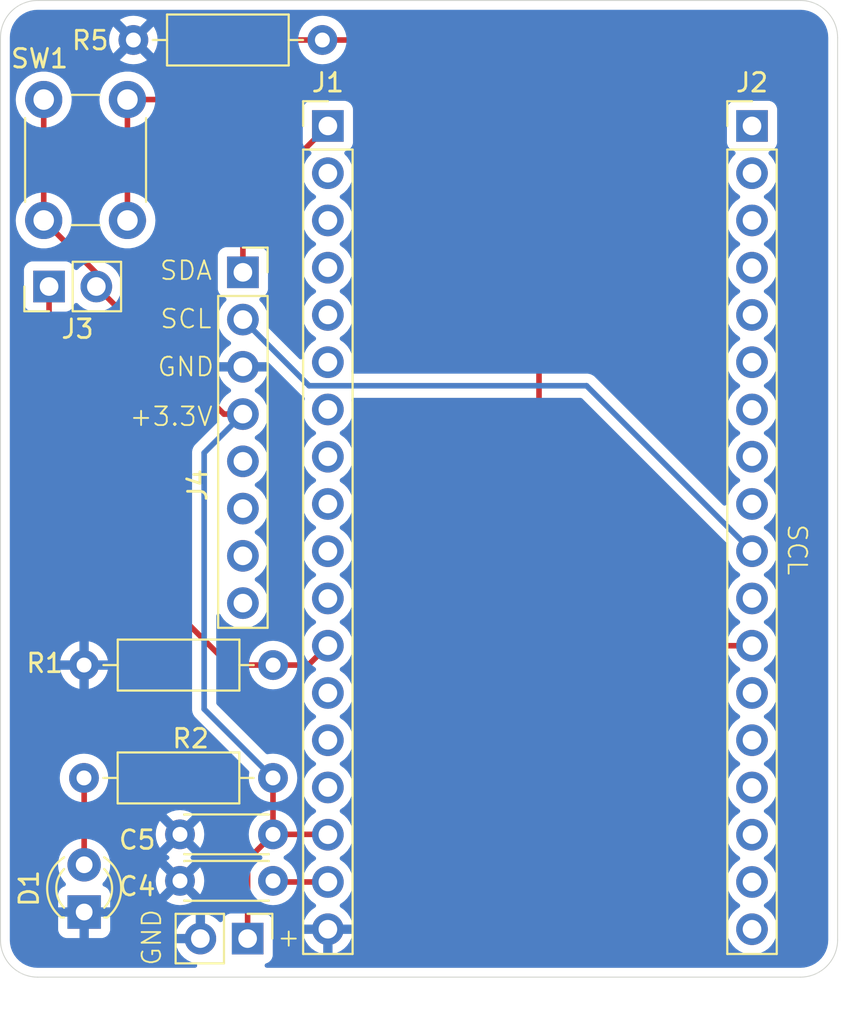
<source format=kicad_pcb>
(kicad_pcb (version 20240108) (generator "pcbnew") (generator_version "8.0")
  (layers (0 "F.Cu" signal) (31 "B.Cu" signal) (34 "B.Paste" user) (35 "F.Paste" user) (36 "B.SilkS" user "B.Silkscreen") (37 "F.SilkS" user "F.Silkscreen") (38 "B.Mask" user) (39 "F.Mask" user) (44 "Edge.Cuts" user))
  (net 0 "")
  (net 1 "/36")
  (net 2 "/35")
  (net 3 "/34")
  (net 4 "/+5V")
  (net 5 "/+3.3V")
  (net 6 "/39")
  (net 11 "/13_S2")
  (net 13 "/SDA")
  (net 16 "/14_S3")
  (net 19 "/15_S4")
  (net 29 "/SCL")
  (net 31 "/4_S5")
  (net 32 "Net-(J2-Pin_12)")
  (net 33 "/16_S0")
  (net 36 "GND")
  (net 37 "Net-(D1-A)")
  (footprint "Resistor_THT:R_Axial_DIN0207_L6.3mm_D2.5mm_P10.16mm_Horizontal" (layer "F.Cu") (at 130.655 107.725 180)
    (property "Reference" "R1" (at 12.28 0.1 180) (layer "F.SilkS"))
    (property "Value" "100k")
    (fp_line (start 9.12 0) (end 8.35 0) (stroke (width 0.12)) (layer "F.SilkS"))
    (fp_line (start 8.35 1.37) (end 8.35 -1.37) (stroke (width 0.12)) (layer "F.SilkS"))
    (fp_line (start 8.35 -1.37) (end 1.81 -1.37) (stroke (width 0.12)) (layer "F.SilkS"))
    (fp_line (start 1.81 1.37) (end 8.35 1.37) (stroke (width 0.12)) (layer "F.SilkS"))
    (fp_line (start 1.81 -1.37) (end 1.81 1.37) (stroke (width 0.12)) (layer "F.SilkS"))
    (fp_line (start 1.04 0) (end 1.81 0) (stroke (width 0.12)) (layer "F.SilkS"))
    (pad "1" thru_hole circle (at 0 0 180) (size 1.6 1.6) (drill 0.8) (layers "*.Cu" "*.Mask") (net 6 "/39"))
    (pad "2" thru_hole oval (at 10.16 0 180) (size 1.6 1.6) (drill 0.8) (layers "*.Cu" "*.Mask") (net 36 "GND"))
  )
  (footprint "Capacitor_THT:C_Disc_D4.3mm_W1.9mm_P5.00mm" (layer "F.Cu") (at 130.65 119.325 180)
    (property "Reference" "C4" (at 7.3 -0.3 180) (layer "F.SilkS"))
    (property "Value" "100n")
    (fp_line (start 4.77 1.055) (end 4.77 1.07) (stroke (width 0.12)) (layer "F.SilkS"))
    (fp_line (start 4.77 -1.07) (end 4.77 -1.055) (stroke (width 0.12)) (layer "F.SilkS"))
    (fp_line (start 0.23 1.07) (end 4.77 1.07) (stroke (width 0.12)) (layer "F.SilkS"))
    (fp_line (start 0.23 1.055) (end 0.23 1.07) (stroke (width 0.12)) (layer "F.SilkS"))
    (fp_line (start 0.23 -1.07) (end 4.77 -1.07) (stroke (width 0.12)) (layer "F.SilkS"))
    (fp_line (start 0.23 -1.07) (end 0.23 -1.055) (stroke (width 0.12)) (layer "F.SilkS"))
    (pad "1" thru_hole circle (at 0 0 180) (size 1.6 1.6) (drill 0.8) (layers "*.Cu" "*.Mask") (net 4 "/+5V"))
    (pad "2" thru_hole circle (at 5 0 180) (size 1.6 1.6) (drill 0.8) (layers "*.Cu" "*.Mask") (net 36 "GND"))
  )
  (footprint "Button_Switch_THT:SW_PUSH_6mm_H5mm" (layer "F.Cu") (at 118.325 83.825 90)
    (property "Reference" "SW1" (at 8.7 -0.225 0) (layer "F.SilkS"))
    (property "Value" "SW_Push")
    (fp_line (start 5.5 -1) (end 1 -1) (stroke (width 0.12)) (layer "F.SilkS"))
    (fp_line (start -0.25 1.5) (end -0.25 3) (stroke (width 0.12)) (layer "F.SilkS"))
    (fp_line (start 6.75 3) (end 6.75 1.5) (stroke (width 0.12)) (layer "F.SilkS"))
    (fp_line (start 1 5.5) (end 5.5 5.5) (stroke (width 0.12)) (layer "F.SilkS"))
    (pad "1" thru_hole circle (at 0 0 180) (size 2 2) (drill 1.1) (layers "*.Cu" "*.Mask") (net 5 "/+3.3V"))
    (pad "1" thru_hole circle (at 6.5 0 180) (size 2 2) (drill 1.1) (layers "*.Cu" "*.Mask") (net 5 "/+3.3V"))
    (pad "2" thru_hole circle (at 0 4.5 180) (size 2 2) (drill 1.1) (layers "*.Cu" "*.Mask") (net 32 "Net-(J2-Pin_12)"))
    (pad "2" thru_hole circle (at 6.5 4.5 180) (size 2 2) (drill 1.1) (layers "*.Cu" "*.Mask") (net 32 "Net-(J2-Pin_12)"))
  )
  (footprint "Connector_PinHeader_2.54mm:PinHeader_1x02_P2.54mm_Vertical" (layer "F.Cu") (at 129.286 122.428 -90)
    (property "Reference" "BT1" (hide yes))
    (property "Value" "Battery_Cell")
    (fp_line (start -1.33 3.87) (end 1.33 3.87) (stroke (width 0.12)) (layer "F.SilkS"))
    (fp_line (start -1.33 1.27) (end -1.33 3.87) (stroke (width 0.12)) (layer "F.SilkS"))
    (fp_line (start -1.33 1.27) (end 1.33 1.27) (stroke (width 0.12)) (layer "F.SilkS"))
    (fp_line (start 1.33 1.27) (end 1.33 3.87) (stroke (width 0.12)) (layer "F.SilkS"))
    (fp_line (start -1.33 0) (end -1.33 -1.33) (stroke (width 0.12)) (layer "F.SilkS"))
    (fp_line (start -1.33 -1.33) (end 0 -1.33) (stroke (width 0.12)) (layer "F.SilkS"))
    (pad "1" thru_hole rect (at 0 0 270) (size 1.7 1.7) (drill 1) (layers "*.Cu" "*.Mask") (net 5 "/+3.3V"))
    (pad "2" thru_hole oval (at 0 2.54 270) (size 1.7 1.7) (drill 1) (layers "*.Cu" "*.Mask") (net 36 "GND"))
  )
  (footprint "Connector_PinHeader_2.54mm:PinHeader_1x18_P2.54mm_Vertical" (layer "F.Cu") (at 133.6 78.745)
    (property "Reference" "J1" (at 0 -2.33 0) (layer "F.SilkS"))
    (property "Value" "Conn_01x18_Pin")
    (fp_line (start -1.33 -1.33) (end 0 -1.33) (stroke (width 0.12)) (layer "F.SilkS"))
    (fp_line (start -1.33 0) (end -1.33 -1.33) (stroke (width 0.12)) (layer "F.SilkS"))
    (fp_line (start -1.33 1.27) (end -1.33 44.51) (stroke (width 0.12)) (layer "F.SilkS"))
    (fp_line (start -1.33 1.27) (end 1.33 1.27) (stroke (width 0.12)) (layer "F.SilkS"))
    (fp_line (start -1.33 44.51) (end 1.33 44.51) (stroke (width 0.12)) (layer "F.SilkS"))
    (fp_line (start 1.33 1.27) (end 1.33 44.51) (stroke (width 0.12)) (layer "F.SilkS"))
    (pad "1" thru_hole rect (at 0 0) (size 1.7 1.7) (drill 1) (layers "*.Cu" "*.Mask") (net 13 "/SDA"))
    (pad "2" thru_hole oval (at 0 2.54) (size 1.7 1.7) (drill 1) (layers "*.Cu" "*.Mask") (net 11 "/13_S2"))
    (pad "3" thru_hole oval (at 0 5.08) (size 1.7 1.7) (drill 1) (layers "*.Cu" "*.Mask"))
    (pad "4" thru_hole oval (at 0 7.62) (size 1.7 1.7) (drill 1) (layers "*.Cu" "*.Mask") (net 16 "/14_S3"))
    (pad "5" thru_hole oval (at 0 10.16) (size 1.7 1.7) (drill 1) (layers "*.Cu" "*.Mask"))
    (pad "6" thru_hole oval (at 0 12.7) (size 1.7 1.7) (drill 1) (layers "*.Cu" "*.Mask"))
    (pad "7" thru_hole oval (at 0 15.24) (size 1.7 1.7) (drill 1) (layers "*.Cu" "*.Mask"))
    (pad "8" thru_hole oval (at 0 17.78) (size 1.7 1.7) (drill 1) (layers "*.Cu" "*.Mask"))
    (pad "9" thru_hole oval (at 0 20.32) (size 1.7 1.7) (drill 1) (layers "*.Cu" "*.Mask"))
    (pad "10" thru_hole oval (at 0 22.86) (size 1.7 1.7) (drill 1) (layers "*.Cu" "*.Mask") (net 2 "/35"))
    (pad "11" thru_hole oval (at 0 25.4) (size 1.7 1.7) (drill 1) (layers "*.Cu" "*.Mask") (net 3 "/34"))
    (pad "12" thru_hole oval (at 0 27.94) (size 1.7 1.7) (drill 1) (layers "*.Cu" "*.Mask") (net 6 "/39"))
    (pad "13" thru_hole oval (at 0 30.48) (size 1.7 1.7) (drill 1) (layers "*.Cu" "*.Mask"))
    (pad "14" thru_hole oval (at 0 33.02) (size 1.7 1.7) (drill 1) (layers "*.Cu" "*.Mask"))
    (pad "15" thru_hole oval (at 0 35.56) (size 1.7 1.7) (drill 1) (layers "*.Cu" "*.Mask") (net 1 "/36"))
    (pad "16" thru_hole oval (at 0 38.1) (size 1.7 1.7) (drill 1) (layers "*.Cu" "*.Mask") (net 5 "/+3.3V"))
    (pad "17" thru_hole oval (at 0 40.64) (size 1.7 1.7) (drill 1) (layers "*.Cu" "*.Mask") (net 4 "/+5V"))
    (pad "18" thru_hole oval (at 0 43.18) (size 1.7 1.7) (drill 1) (layers "*.Cu" "*.Mask") (net 36 "GND"))
  )
  (footprint "Resistor_THT:R_Axial_DIN0207_L6.3mm_D2.5mm_P10.16mm_Horizontal" (layer "F.Cu") (at 123.145 74.125)
    (property "Reference" "R5" (at -2.32 0.025 0) (layer "F.SilkS"))
    (property "Value" "100k")
    (fp_line (start 1.04 0) (end 1.81 0) (stroke (width 0.12)) (layer "F.SilkS"))
    (fp_line (start 1.81 -1.37) (end 1.81 1.37) (stroke (width 0.12)) (layer "F.SilkS"))
    (fp_line (start 1.81 1.37) (end 8.35 1.37) (stroke (width 0.12)) (layer "F.SilkS"))
    (fp_line (start 8.35 -1.37) (end 1.81 -1.37) (stroke (width 0.12)) (layer "F.SilkS"))
    (fp_line (start 8.35 1.37) (end 8.35 -1.37) (stroke (width 0.12)) (layer "F.SilkS"))
    (fp_line (start 9.12 0) (end 8.35 0) (stroke (width 0.12)) (layer "F.SilkS"))
    (pad "1" thru_hole circle (at 0 0) (size 1.6 1.6) (drill 0.8) (layers "*.Cu" "*.Mask") (net 36 "GND"))
    (pad "2" thru_hole oval (at 10.16 0) (size 1.6 1.6) (drill 0.8) (layers "*.Cu" "*.Mask") (net 32 "Net-(J2-Pin_12)"))
  )
  (footprint "Resistor_THT:R_Axial_DIN0207_L6.3mm_D2.5mm_P10.16mm_Horizontal" (layer "F.Cu") (at 130.65 113.792 180)
    (property "Reference" "R2" (at 4.425 2.117 180) (layer "F.SilkS"))
    (property "Value" "190")
    (fp_line (start 9.12 0) (end 8.35 0) (stroke (width 0.12)) (layer "F.SilkS"))
    (fp_line (start 8.35 1.37) (end 8.35 -1.37) (stroke (width 0.12)) (layer "F.SilkS"))
    (fp_line (start 8.35 -1.37) (end 1.81 -1.37) (stroke (width 0.12)) (layer "F.SilkS"))
    (fp_line (start 1.81 1.37) (end 8.35 1.37) (stroke (width 0.12)) (layer "F.SilkS"))
    (fp_line (start 1.81 -1.37) (end 1.81 1.37) (stroke (width 0.12)) (layer "F.SilkS"))
    (fp_line (start 1.04 0) (end 1.81 0) (stroke (width 0.12)) (layer "F.SilkS"))
    (pad "1" thru_hole circle (at 0 0 180) (size 1.6 1.6) (drill 0.8) (layers "*.Cu" "*.Mask") (net 5 "/+3.3V"))
    (pad "2" thru_hole oval (at 10.16 0 180) (size 1.6 1.6) (drill 0.8) (layers "*.Cu" "*.Mask") (net 37 "Net-(D1-A)"))
  )
  (footprint "Connector_PinHeader_2.54mm:PinHeader_1x02_P2.54mm_Vertical" (layer "F.Cu") (at 118.613 87.376 90)
    (property "Reference" "J3" (at -2.286 1.529 0) (layer "F.SilkS"))
    (property "Value" "Conn_01x02_Socket")
    (fp_line (start -1.33 -1.33) (end 0 -1.33) (stroke (width 0.12)) (layer "F.SilkS"))
    (fp_line (start -1.33 0) (end -1.33 -1.33) (stroke (width 0.12)) (layer "F.SilkS"))
    (fp_line (start 1.33 1.27) (end 1.33 3.87) (stroke (width 0.12)) (layer "F.SilkS"))
    (fp_line (start -1.33 1.27) (end 1.33 1.27) (stroke (width 0.12)) (layer "F.SilkS"))
    (fp_line (start -1.33 1.27) (end -1.33 3.87) (stroke (width 0.12)) (layer "F.SilkS"))
    (fp_line (start -1.33 3.87) (end 1.33 3.87) (stroke (width 0.12)) (layer "F.SilkS"))
    (pad "1" thru_hole rect (at 0 0 90) (size 1.7 1.7) (drill 1) (layers "*.Cu" "*.Mask") (net 6 "/39"))
    (pad "2" thru_hole oval (at 0 2.54 90) (size 1.7 1.7) (drill 1) (layers "*.Cu" "*.Mask") (net 5 "/+3.3V"))
  )
  (footprint "Connector_PinSocket_2.54mm:PinSocket_1x08_P2.54mm_Vertical" (layer "F.Cu") (at 129.032 86.614)
    (property "Reference" "J4" (at -2.432 11.436 90) (layer "F.SilkS"))
    (property "Value" "Conn_01x04_Socket")
    (fp_line (start -1.33 1.27) (end -1.33 19.11) (stroke (width 0.12)) (layer "F.SilkS"))
    (fp_line (start -1.33 1.27) (end 1.33 1.27) (stroke (width 0.12)) (layer "F.SilkS"))
    (fp_line (start -1.33 19.11) (end 1.33 19.11) (stroke (width 0.12)) (layer "F.SilkS"))
    (fp_line (start 0 -1.33) (end 1.33 -1.33) (stroke (width 0.12)) (layer "F.SilkS"))
    (fp_line (start 1.33 -1.33) (end 1.33 0) (stroke (width 0.12)) (layer "F.SilkS"))
    (fp_line (start 1.33 1.27) (end 1.33 19.11) (stroke (width 0.12)) (layer "F.SilkS"))
    (pad "1" thru_hole rect (at 0 0) (size 1.7 1.7) (drill 1) (layers "*.Cu" "*.Mask") (net 13 "/SDA"))
    (pad "2" thru_hole oval (at 0 2.54) (size 1.7 1.7) (drill 1) (layers "*.Cu" "*.Mask") (net 29 "/SCL"))
    (pad "3" thru_hole oval (at 0 5.08) (size 1.7 1.7) (drill 1) (layers "*.Cu" "*.Mask") (net 36 "GND"))
    (pad "4" thru_hole oval (at 0 7.62) (size 1.7 1.7) (drill 1) (layers "*.Cu" "*.Mask") (net 5 "/+3.3V"))
    (pad "5" thru_hole oval (at 0 10.16) (size 1.7 1.7) (drill 1) (layers "*.Cu" "*.Mask"))
    (pad "6" thru_hole oval (at 0 12.7) (size 1.7 1.7) (drill 1) (layers "*.Cu" "*.Mask"))
    (pad "7" thru_hole oval (at 0 15.24) (size 1.7 1.7) (drill 1) (layers "*.Cu" "*.Mask"))
    (pad "8" thru_hole oval (at 0 17.78) (size 1.7 1.7) (drill 1) (layers "*.Cu" "*.Mask"))
  )
  (footprint "LED_THT:LED_D3.0mm" (layer "F.Cu") (at 120.5 121 90)
    (property "Reference" "D1" (at 1.27 -2.96 -90) (layer "F.SilkS"))
    (property "Value" "LED")
    (fp_line (start -0.29 -1.236) (end -0.29 -1.08) (stroke (width 0.12)) (layer "F.SilkS"))
    (fp_line (start -0.29 1.08) (end -0.29 1.236) (stroke (width 0.12)) (layer "F.SilkS"))
    (fp_arc (start -0.29 -1.235516) (mid 1.366487 -1.987659) (end 2.942335 -1.078608) (stroke (width 0.12)) (layer "F.SilkS"))
    (fp_arc (start 0.229039 -1.08) (mid 1.270117 -1.5) (end 2.31113 -1.079837) (stroke (width 0.12)) (layer "F.SilkS"))
    (fp_arc (start 2.942335 1.078608) (mid 1.366487 1.987659) (end -0.29 1.235516) (stroke (width 0.12)) (layer "F.SilkS"))
    (fp_arc (start 2.31113 1.079837) (mid 1.270117 1.5) (end 0.229039 1.08) (stroke (width 0.12)) (layer "F.SilkS"))
    (pad "1" thru_hole rect (at 0 0 90) (size 1.8 1.8) (drill 0.9) (layers "*.Cu" "*.Mask") (net 36 "GND"))
    (pad "2" thru_hole circle (at 2.54 0 90) (size 1.8 1.8) (drill 0.9) (layers "*.Cu" "*.Mask") (net 37 "Net-(D1-A)"))
  )
  (footprint "Connector_PinHeader_2.54mm:PinHeader_1x18_P2.54mm_Vertical" (layer "F.Cu") (at 156.4 78.745)
    (property "Reference" "J2" (at 0 -2.33 0) (layer "F.SilkS"))
    (property "Value" "Conn_01x18_Pin")
    (fp_line (start -1.33 -1.33) (end 0 -1.33) (stroke (width 0.12)) (layer "F.SilkS"))
    (fp_line (start -1.33 0) (end -1.33 -1.33) (stroke (width 0.12)) (layer "F.SilkS"))
    (fp_line (start -1.33 1.27) (end -1.33 44.51) (stroke (width 0.12)) (layer "F.SilkS"))
    (fp_line (start -1.33 1.27) (end 1.33 1.27) (stroke (width 0.12)) (layer "F.SilkS"))
    (fp_line (start -1.33 44.51) (end 1.33 44.51) (stroke (width 0.12)) (layer "F.SilkS"))
    (fp_line (start 1.33 1.27) (end 1.33 44.51) (stroke (width 0.12)) (layer "F.SilkS"))
    (pad "1" thru_hole rect (at 0 0) (size 1.7 1.7) (drill 1) (layers "*.Cu" "*.Mask") (net 33 "/16_S0"))
    (pad "2" thru_hole oval (at 0 2.54) (size 1.7 1.7) (drill 1) (layers "*.Cu" "*.Mask"))
    (pad "3" thru_hole oval (at 0 5.08) (size 1.7 1.7) (drill 1) (layers "*.Cu" "*.Mask") (net 31 "/4_S5"))
    (pad "4" thru_hole oval (at 0 7.62) (size 1.7 1.7) (drill 1) (layers "*.Cu" "*.Mask"))
    (pad "5" thru_hole oval (at 0 10.16) (size 1.7 1.7) (drill 1) (layers "*.Cu" "*.Mask") (net 19 "/15_S4"))
    (pad "6" thru_hole oval (at 0 12.7) (size 1.7 1.7) (drill 1) (layers "*.Cu" "*.Mask"))
    (pad "7" thru_hole oval (at 0 15.24) (size 1.7 1.7) (drill 1) (layers "*.Cu" "*.Mask"))
    (pad "8" thru_hole oval (at 0 17.78) (size 1.7 1.7) (drill 1) (layers "*.Cu" "*.Mask"))
    (pad "9" thru_hole oval (at 0 20.32) (size 1.7 1.7) (drill 1) (layers "*.Cu" "*.Mask"))
    (pad "10" thru_hole oval (at 0 22.86) (size 1.7 1.7) (drill 1) (layers "*.Cu" "*.Mask") (net 29 "/SCL"))
    (pad "11" thru_hole oval (at 0 25.4) (size 1.7 1.7) (drill 1) (layers "*.Cu" "*.Mask"))
    (pad "12" thru_hole oval (at 0 27.94) (size 1.7 1.7) (drill 1) (layers "*.Cu" "*.Mask") (net 32 "Net-(J2-Pin_12)"))
    (pad "13" thru_hole oval (at 0 30.48) (size 1.7 1.7) (drill 1) (layers "*.Cu" "*.Mask"))
    (pad "14" thru_hole oval (at 0 33.02) (size 1.7 1.7) (drill 1) (layers "*.Cu" "*.Mask"))
    (pad "15" thru_hole oval (at 0 35.56) (size 1.7 1.7) (drill 1) (layers "*.Cu" "*.Mask"))
    (pad "16" thru_hole oval (at 0 38.1) (size 1.7 1.7) (drill 1) (layers "*.Cu" "*.Mask"))
    (pad "17" thru_hole oval (at 0 40.64) (size 1.7 1.7) (drill 1) (layers "*.Cu" "*.Mask"))
    (pad "18" thru_hole oval (at 0 43.18) (size 1.7 1.7) (drill 1) (layers "*.Cu" "*.Mask"))
  )
  (footprint "Capacitor_THT:C_Disc_D4.3mm_W1.9mm_P5.00mm" (layer "F.Cu") (at 130.65 116.825 180)
    (property "Reference" "C5" (at 7.3 -0.3 180) (layer "F.SilkS"))
    (property "Value" "100n")
    (fp_line (start 4.77 1.055) (end 4.77 1.07) (stroke (width 0.12)) (layer "F.SilkS"))
    (fp_line (start 4.77 -1.07) (end 4.77 -1.055) (stroke (width 0.12)) (layer "F.SilkS"))
    (fp_line (start 0.23 1.07) (end 4.77 1.07) (stroke (width 0.12)) (layer "F.SilkS"))
    (fp_line (start 0.23 1.055) (end 0.23 1.07) (stroke (width 0.12)) (layer "F.SilkS"))
    (fp_line (start 0.23 -1.07) (end 4.77 -1.07) (stroke (width 0.12)) (layer "F.SilkS"))
    (fp_line (start 0.23 -1.07) (end 0.23 -1.055) (stroke (width 0.12)) (layer "F.SilkS"))
    (pad "1" thru_hole circle (at 0 0 180) (size 1.6 1.6) (drill 0.8) (layers "*.Cu" "*.Mask") (net 5 "/+3.3V"))
    (pad "2" thru_hole circle (at 5 0 180) (size 1.6 1.6) (drill 0.8) (layers "*.Cu" "*.Mask") (net 36 "GND"))
  )
  (gr_line (start 116 74) (end 116 122.5) (stroke (width 0.05)) (layer "Edge.Cuts"))
  (gr_arc (start 118 124.5) (mid 116.585786 123.914214) (end 116 122.5) (stroke (width 0.05)) (layer "Edge.Cuts"))
  (gr_line (start 161 74) (end 161 122.5) (stroke (width 0.05)) (layer "Edge.Cuts"))
  (gr_arc (start 159 72) (mid 160.414214 72.585786) (end 161 74) (stroke (width 0.05)) (layer "Edge.Cuts"))
  (gr_line (start 118 72) (end 159 72) (stroke (width 0.05)) (layer "Edge.Cuts"))
  (gr_arc (start 116 74) (mid 116.585786 72.585786) (end 118 72) (stroke (width 0.05)) (layer "Edge.Cuts"))
  (gr_arc (start 161 122.5) (mid 160.414214 123.914214) (end 159 124.5) (stroke (width 0.05)) (layer "Edge.Cuts"))
  (gr_line (start 159 124.5) (end 118 124.5) (stroke (width 0.05)) (layer "Edge.Cuts"))
  (gr_text "+3.3V" (at 122.875 94.95 0) (layer "F.SilkS") (effects (font (size 1 1) (thickness 0.1)) (justify left bottom)))
  (gr_text "GND" (at 124.375 92.275 0) (layer "F.SilkS") (effects (font (size 1 1) (thickness 0.1)) (justify left bottom)))
  (gr_text "SDA" (at 124.5 87.1 0) (layer "F.SilkS") (effects (font (size 1 1) (thickness 0.1)) (justify left bottom)))
  (gr_text "+" (at 130.81 122.936 0) (layer "F.SilkS") (effects (font (size 1 1) (thickness 0.1)) (justify left bottom)))
  (gr_text "GND" (at 124.714 123.952 90) (layer "F.SilkS") (effects (font (size 1 1) (thickness 0.1)) (justify left bottom)))
  (gr_text "SCL" (at 124.525 89.7 0) (layer "F.SilkS") (effects (font (size 1 1) (thickness 0.1)) (justify left bottom)))
  (gr_text "SCL" (at 158.242 100.076 -90) (layer "F.SilkS") (effects (font (size 1 1) (thickness 0.1)) (justify left bottom)))
  (segment (start 130.71 119.385) (end 130.65 119.325) (width 0.3) (layer "F.Cu") (net 4))
  (segment (start 133.6 119.385) (end 130.71 119.385) (width 0.3) (layer "F.Cu") (net 4))
  (segment (start 121.153 86.653) (end 121.153 87.376) (width 0.3) (layer "F.Cu") (net 5))
  (segment (start 130.65 116.825) (end 129.286 118.189) (width 0.3) (layer "F.Cu") (net 5))
  (segment (start 129.286 118.189) (end 129.286 122.428) (width 0.3) (layer "F.Cu") (net 5))
  (segment (start 121.153 87.376) (end 128.011 94.234) (width 0.3) (layer "F.Cu") (net 5))
  (segment (start 118.325 83.825) (end 118.325 77.325) (width 0.3) (layer "F.Cu") (net 5))
  (segment (start 130.65 116.825) (end 133.58 116.825) (width 0.3) (layer "F.Cu") (net 5))
  (segment (start 128.011 94.234) (end 129.032 94.234) (width 0.3) (layer "F.Cu") (net 5))
  (segment (start 118.325 83.825) (end 121.153 86.653) (width 0.3) (layer "F.Cu") (net 5))
  (segment (start 130.65 116.825) (end 130.65 113.792) (width 0.3) (layer "F.Cu") (net 5))
  (segment (start 133.58 116.825) (end 133.6 116.845) (width 0.3) (layer "F.Cu") (net 5))
  (segment (start 130.65 113.792) (end 126.95 110.092) (width 0.3) (layer "B.Cu") (net 5))
  (segment (start 126.95 96.316) (end 129.032 94.234) (width 0.3) (layer "B.Cu") (net 5))
  (segment (start 126.95 110.092) (end 126.95 96.316) (width 0.3) (layer "B.Cu") (net 5))
  (segment (start 133.59 106.685) (end 132.55 107.725) (width 0.3) (layer "F.Cu") (net 6))
  (segment (start 118.613 98.038) (end 118.613 87.376) (width 0.3) (layer "F.Cu") (net 6))
  (segment (start 133.6 106.685) (end 133.59 106.685) (width 0.3) (layer "F.Cu") (net 6))
  (segment (start 128.3 107.725) (end 118.613 98.038) (width 0.3) (layer "F.Cu") (net 6))
  (segment (start 130.655 107.725) (end 128.3 107.725) (width 0.3) (layer "F.Cu") (net 6))
  (segment (start 132.55 107.725) (end 130.655 107.725) (width 0.3) (layer "F.Cu") (net 6))
  (segment (start 129.032 86.614) (end 129.032 83.313) (width 0.3) (layer "F.Cu") (net 13))
  (segment (start 129.032 83.313) (end 133.6 78.745) (width 0.3) (layer "F.Cu") (net 13))
  (segment (start 147.505 92.71) (end 156.4 101.605) (width 0.3) (layer "B.Cu") (net 29))
  (segment (start 129.032 89.154) (end 132.588 92.71) (width 0.3) (layer "B.Cu") (net 29))
  (segment (start 132.588 92.71) (end 147.505 92.71) (width 0.3) (layer "B.Cu") (net 29))
  (segment (start 137.7 74.125) (end 133.305 74.125) (width 0.3) (layer "F.Cu") (net 32))
  (segment (start 144.95 98.475) (end 144.95 81.375) (width 0.3) (layer "F.Cu") (net 32))
  (segment (start 144.95 81.375) (end 137.7 74.125) (width 0.3) (layer "F.Cu") (net 32))
  (segment (start 126.383 77.325) (end 122.825 77.325) (width 0.3) (layer "F.Cu") (net 32))
  (segment (start 122.825 77.325) (end 122.825 83.825) (width 0.3) (layer "F.Cu") (net 32))
  (segment (start 133.305 74.125) (end 129.583 74.125) (width 0.3) (layer "F.Cu") (net 32))
  (segment (start 129.583 74.125) (end 126.383 77.325) (width 0.3) (layer "F.Cu") (net 32))
  (segment (start 156.4 106.685) (end 153.16 106.685) (width 0.3) (layer "F.Cu") (net 32))
  (segment (start 153.16 106.685) (end 144.95 98.475) (width 0.3) (layer "F.Cu") (net 32))
  (segment (start 120.5 118.46) (end 120.5 113.802) (width 0.3) (layer "F.Cu") (net 37))
  (segment (start 120.5 113.802) (end 120.49 113.792) (width 0.3) (layer "F.Cu") (net 37))
  (zone (net 36) (net_name "GND") (layer "B.Cu") (connect_pads (clearance 0.5)) (min_thickness 0.25) (fill yes (thermal_gap 0.5) (thermal_bridge_width 0.5))
    (polygon (pts (xy 116 72) (xy 116 124.5) (xy 161 124.5) (xy 161 72)))
  )
)
</source>
